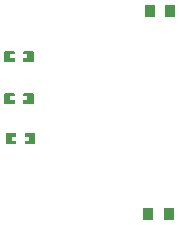
<source format=gtp>
G04 Layer: TopPasteMaskLayer*
G04 EasyEDA v6.5.15, 2022-10-07 13:48:07*
G04 7ec79526355f426bb91a475ea7be51f8,10*
G04 Gerber Generator version 0.2*
G04 Scale: 100 percent, Rotated: No, Reflected: No *
G04 Dimensions in millimeters *
G04 leading zeros omitted , absolute positions ,4 integer and 5 decimal *
%FSLAX45Y45*%
%MOMM*%

%ADD10R,0.8999X1.0000*%

%LPD*%
G36*
X1182522Y5518708D02*
G01*
X1177493Y5513679D01*
X1177493Y5490921D01*
X1214526Y5490921D01*
X1214526Y5457901D01*
X1177493Y5457901D01*
X1177493Y5433720D01*
X1182522Y5428691D01*
X1262481Y5428691D01*
X1267510Y5433720D01*
X1267510Y5513679D01*
X1262481Y5518708D01*
G37*
G36*
X1023518Y5518708D02*
G01*
X1018489Y5513679D01*
X1018489Y5433720D01*
X1023518Y5428691D01*
X1102512Y5428691D01*
X1107490Y5433720D01*
X1107490Y5457901D01*
X1069492Y5457901D01*
X1069492Y5490921D01*
X1107490Y5490921D01*
X1107490Y5513679D01*
X1102512Y5518708D01*
G37*
G36*
X1195222Y4820208D02*
G01*
X1190193Y4815179D01*
X1190193Y4792421D01*
X1227226Y4792421D01*
X1227226Y4759401D01*
X1190193Y4759401D01*
X1190193Y4735220D01*
X1195222Y4730191D01*
X1275181Y4730191D01*
X1280210Y4735220D01*
X1280210Y4815179D01*
X1275181Y4820208D01*
G37*
G36*
X1036218Y4820208D02*
G01*
X1031189Y4815179D01*
X1031189Y4735220D01*
X1036218Y4730191D01*
X1115212Y4730191D01*
X1120190Y4735220D01*
X1120190Y4759401D01*
X1082192Y4759401D01*
X1082192Y4792421D01*
X1120190Y4792421D01*
X1120190Y4815179D01*
X1115212Y4820208D01*
G37*
G36*
X1182522Y5163108D02*
G01*
X1177493Y5158079D01*
X1177493Y5135321D01*
X1214526Y5135321D01*
X1214526Y5102301D01*
X1177493Y5102301D01*
X1177493Y5078120D01*
X1182522Y5073091D01*
X1262481Y5073091D01*
X1267510Y5078120D01*
X1267510Y5158079D01*
X1262481Y5163108D01*
G37*
G36*
X1023518Y5163108D02*
G01*
X1018489Y5158079D01*
X1018489Y5078120D01*
X1023518Y5073091D01*
X1102512Y5073091D01*
X1107490Y5078120D01*
X1107490Y5102301D01*
X1069492Y5102301D01*
X1069492Y5135321D01*
X1107490Y5135321D01*
X1107490Y5158079D01*
X1102512Y5163108D01*
G37*
D10*
G01*
X2409096Y4140200D03*
G01*
X2239093Y4140200D03*
G01*
X2421796Y5854700D03*
G01*
X2251793Y5854700D03*
M02*

</source>
